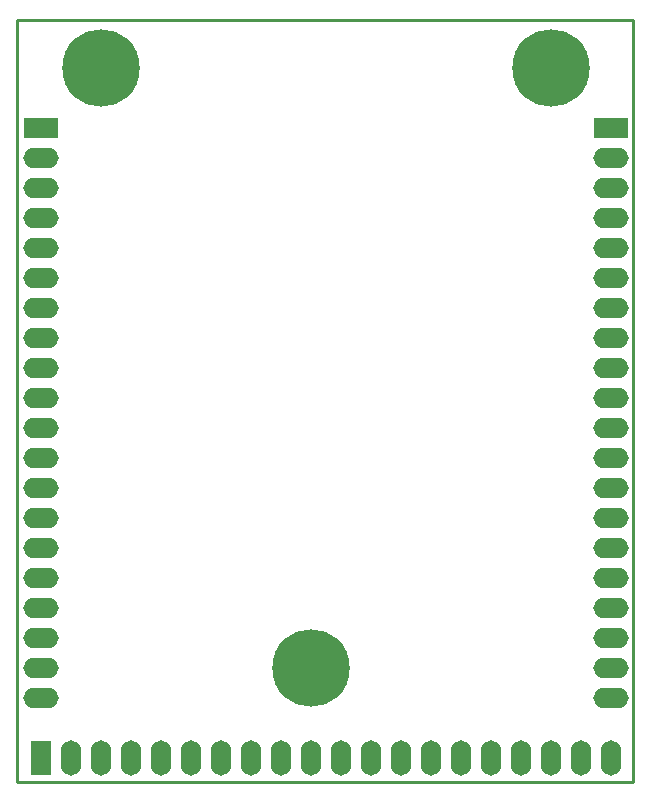
<source format=gbs>
G04*
G04 #@! TF.GenerationSoftware,Altium Limited,Altium Designer,18.1.7 (191)*
G04*
G04 Layer_Color=16711935*
%FSLAX25Y25*%
%MOIN*%
G70*
G01*
G75*
%ADD12C,0.01000*%
%ADD28C,0.25800*%
%ADD29O,0.11800X0.06800*%
%ADD30R,0.11800X0.06800*%
%ADD31O,0.06800X0.11800*%
%ADD32R,0.06800X0.11800*%
D12*
X0Y0D02*
Y254000D01*
X205500D01*
Y0D02*
Y254000D01*
X0Y0D02*
X205500D01*
D28*
X178000Y238000D02*
D03*
X28000D02*
D03*
X98000Y38000D02*
D03*
D29*
X198000Y28000D02*
D03*
Y38000D02*
D03*
Y48000D02*
D03*
Y58000D02*
D03*
Y68000D02*
D03*
Y78000D02*
D03*
Y88000D02*
D03*
Y98000D02*
D03*
Y108000D02*
D03*
Y118000D02*
D03*
Y128000D02*
D03*
Y138000D02*
D03*
Y148000D02*
D03*
Y158000D02*
D03*
Y168000D02*
D03*
Y178000D02*
D03*
Y188000D02*
D03*
Y198000D02*
D03*
Y208000D02*
D03*
X8000Y28000D02*
D03*
Y38000D02*
D03*
Y48000D02*
D03*
Y58000D02*
D03*
Y68000D02*
D03*
Y78000D02*
D03*
Y88000D02*
D03*
Y98000D02*
D03*
Y108000D02*
D03*
Y118000D02*
D03*
Y128000D02*
D03*
Y138000D02*
D03*
Y148000D02*
D03*
Y158000D02*
D03*
Y168000D02*
D03*
Y178000D02*
D03*
Y188000D02*
D03*
Y198000D02*
D03*
Y208000D02*
D03*
D30*
X198000Y218000D02*
D03*
X8000D02*
D03*
D31*
X198000Y8000D02*
D03*
X188000D02*
D03*
X178000D02*
D03*
X168000D02*
D03*
X158000D02*
D03*
X148000D02*
D03*
X138000D02*
D03*
X128000D02*
D03*
X118000D02*
D03*
X108000D02*
D03*
X98000D02*
D03*
X88000D02*
D03*
X78000D02*
D03*
X68000D02*
D03*
X58000D02*
D03*
X48000D02*
D03*
X38000D02*
D03*
X28000D02*
D03*
X18000D02*
D03*
D32*
X8000D02*
D03*
M02*

</source>
